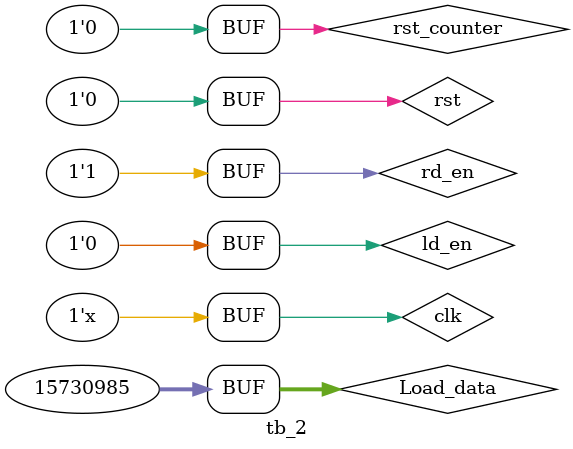
<source format=v>
`timescale 1ns / 1ps


module tb_2 #(parameter WORD_WIDTH =32,
                parameter CNT_SIZE = 32);
//
//reg [6:0] Jump_to;
//reg [WORD_WIDTH-1:0] Load_data;
//wire [WORD_WIDTH-1:0] Instruction;
//wire [6:0] ins_addr;


//Trial_2#(.CNT_SIZE(7),.WORD_WIDTH(32)) IM (.ld_en(ld_en),.rd_en(rd_en), .clk(clk), .rst(rst),.rst_counter(rst_counter), .jump(jump),.Jump_to(Jump_to),
//                                            .Load_data(Load_data),.instruction(Instruction),.ins_addr(ins_addr));
reg ld_en,rd_en, clk, rst, rst_counter;

reg [WORD_WIDTH-1:0] Load_data;
//wire [WORD_WIDTH-1:0] Instruction;
//wire [6:0] ins_addr;
 
wire [WORD_WIDTH-1:0] Instruction;
wire [CNT_SIZE-1:0] pc, pc_1,pc_next;
wire Jump_en;
wire [WORD_WIDTH-1:0] Branch_in1, Branch_in2;
wire Branch_out;
wire [WORD_WIDTH-1:0] ALU_in1, ALU_in2, ALU_out;

/////////////// GPR wires
wire [WORD_WIDTH-1:0] GRP_out_data1, GRP_out_data2,GRP_wr_data;
wire [1:0] GRP_in_mux_select;
///////////////DM wires
wire [WORD_WIDTH-1:0] DM_data_in, DM_data_out;

wire [6:0] opcode;
wire [4:0] rs1, rs2, rd;
wire RegWrite, MemWrite, MemRead, MemtoReg, ALUsrc1, ALUsrc2, Branch,Branch_out, Jump;
wire [1:0] ALUop;
wire [31:0] imm;
wire [3:0] ALU_select;   
wire [2:0] Branch_select;
    
     processor  #(.WORD_WIDTH(32), .CNT_SIZE(32)) UUT(
                                            .ld_en(ld_en),.rd_en(rd_en), .clk(clk), .rst(rst),.rst_counter(rst_counter),
                                            .Load_data(Load_data),
                                            
                                            
                                            
                                            /////Program counter outs
                                            .pc(pc),.pc_1(pc_1),.pc_next(pc_next),
                                            .Jump_en(Jump_en),
                                            
                                            /////
                                            .Instruction(Instruction),
                                            
                                            /////ALU_outs
                                            .ALU_in1(ALU_in1), .ALU_in2(ALU_in2), .ALU_out(ALU_out),
                                            ////Branch_outs
                                            
                                            .Branch_in1(Branch_in1), .Branch_in2(Branch_in2), .Branch_out(Branch_out),
                                            /////////////// GPR wires
                                            .GRP_out_data1(GRP_out_data1), .GRP_out_data2(GRP_out_data2),.GRP_wr_data(GRP_wr_data),
                                            .GRP_in_mux_select(GRP_in_mux_select),
                                            ///////////////DM wires
                                            .DM_data_in(DM_data_in), .DM_data_out(DM_data_out),
                                            
                                            
                                            ///////////////////////////
                                            .opcode(opcode),
                                            .rs1(rs1), .rs2(rs2), .rd(rd),
                                            .RegWrite(RegWrite), .MemWrite(MemWrite), .MemRead(MemRead), .MemtoReg(MemtoReg),
                                            .ALUsrc1(ALUsrc1),.ALUsrc2(ALUsrc2), .Branch(Branch),.Jump(Jump),
                                            .ALUop(ALUop),.imm(imm),.ALU_select(ALU_select),.Branch_select(Branch_select)
                                        
);
    initial
        begin
        clk <= 1'b1;
        rst <= 1'b1;
        rst_counter<=1'b1;
        end
        
        
    always #10 clk = ~clk;
    
//    always@(posedge clk)
//        begin
//        $display("data_wr = %h",data_wr);
//        $display("data_rs1 = %h",data_rs1);
//        $display("data_rs2 = %h",data_rs2);
        
//        end
    
        
    initial
        begin
        #640
        
        $display("start");
        
        
        
        #20
        rst <= 1'b0;
        rst_counter <= 1'b0;
        ld_en<= 1'b1;
        rd_en<=1'b0;
        //a = 10
        //instruction <= 0000 0000 1010 | 00000 | 000 | 10010 | 0101 001 
        Load_data<=32'h00A00929;
        
      

        #20  
        //b = 5
        //instruction <= 0000 0000 0101 | 00000 | 000 | 10011 | 0101 001   
        Load_data<=32'h005009A9;
        
        
        #20 
        //c = 11 
        //instruction <= 0000 0000 1011 | 00000 | 000 | 10100 | 0101 001   
        Load_data<=32'h00B00A29;
        
        
        #20
        //d = a + b
        //instruction <= 0000 000 | 10010 | 10011 | 000 | 10101 | 0000 001  
        Load_data<=32'h01298A81;
        
        #20
        //if( d < c) 
        //instruction <= 0000 000 | 10100 | 10101 | 011 | 00101 | 1010 011  
        Load_data<=32'h014AB2D3;
        
        #20
        // when abv condition is False
        // d = d + 10
        //instruction <= 0000 0000 1010 | 10101 | 000 | 10101 | 0101 001  
        Load_data<=32'h00AA8AA9;
        
        #20
        //store d to 8 in DM
        //instruction <= 0000 000 | 10101 | 00000 | 000 | 01000 | 1001 010 
        Load_data<=32'h0150044A;
        
        #20
        //load d to 27 i GPR 
        //instruction <= 0000 0000 1000 | 00000 | 000 | 11011 | 0101 010
        Load_data<=32'h00800DAA;
        
        #20
        //JALR to 12
        //JALR 1(x18) x1
        //instruction <= 0000 0000 0001 | 10010 | 000 | 00001 | 1011 011
        Load_data<=32'h001900DB;
        
        
        #20
        ////if branch is True
        //d = d - 10
        //instruction <= 0000 0000 1010 | 10101 | 001 | 10101 | 0101 001
        Load_data<=32'h00AA9AA9;
        
        #20
        //jump to 6
        //JAL (-4) x1
        //instruction <= 1111 1111 1111 1111 1110 | 00010 | 1111 011
        Load_data<=32'hFFFFE17B;
        #20
        //RI 15(x0) x25
        //instruction <= 0000 0000 1111 | 00000 | 000 | 10010 | 0101 001 
        Load_data<=32'h00F00929;
        
        
        #20
        ld_en<= 1'b0;
        rd_en<=1'b1;
        rst_counter <= 1'b1;
        
        #20
        rst_counter<= 1'b0;
        
        
        #60
       
        
        
        #20
        
         
        #10
          $display("end");
          
       
        
        
        end
        
        

   
endmodule
</source>
